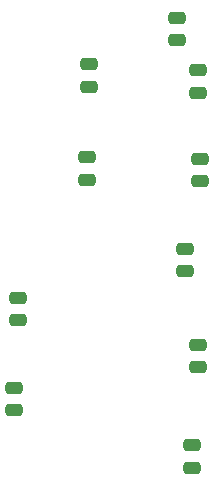
<source format=gbp>
%TF.GenerationSoftware,KiCad,Pcbnew,8.0.4*%
%TF.CreationDate,2024-08-12T19:35:30+02:00*%
%TF.ProjectId,HCP65 MPU NMI,48435036-3520-44d5-9055-204e4d492e6b,V1*%
%TF.SameCoordinates,PX54c81a0PY37b6b20*%
%TF.FileFunction,Paste,Bot*%
%TF.FilePolarity,Positive*%
%FSLAX46Y46*%
G04 Gerber Fmt 4.6, Leading zero omitted, Abs format (unit mm)*
G04 Created by KiCad (PCBNEW 8.0.4) date 2024-08-12 19:35:30*
%MOMM*%
%LPD*%
G01*
G04 APERTURE LIST*
G04 Aperture macros list*
%AMRoundRect*
0 Rectangle with rounded corners*
0 $1 Rounding radius*
0 $2 $3 $4 $5 $6 $7 $8 $9 X,Y pos of 4 corners*
0 Add a 4 corners polygon primitive as box body*
4,1,4,$2,$3,$4,$5,$6,$7,$8,$9,$2,$3,0*
0 Add four circle primitives for the rounded corners*
1,1,$1+$1,$2,$3*
1,1,$1+$1,$4,$5*
1,1,$1+$1,$6,$7*
1,1,$1+$1,$8,$9*
0 Add four rect primitives between the rounded corners*
20,1,$1+$1,$2,$3,$4,$5,0*
20,1,$1+$1,$4,$5,$6,$7,0*
20,1,$1+$1,$6,$7,$8,$9,0*
20,1,$1+$1,$8,$9,$2,$3,0*%
G04 Aperture macros list end*
%ADD10RoundRect,0.250000X-0.475000X0.250000X-0.475000X-0.250000X0.475000X-0.250000X0.475000X0.250000X0*%
%ADD11RoundRect,0.250000X0.475000X-0.250000X0.475000X0.250000X-0.475000X0.250000X-0.475000X-0.250000X0*%
G04 APERTURE END LIST*
D10*
%TO.C,C15*%
X18923000Y-32340000D03*
X18923000Y-34240000D03*
%TD*%
%TO.C,C5*%
X18288000Y-15703000D03*
X18288000Y-17603000D03*
%TD*%
%TO.C,C10*%
X19558000Y-8083000D03*
X19558000Y-9983000D03*
%TD*%
%TO.C,C1*%
X19431000Y-23831000D03*
X19431000Y-25731000D03*
%TD*%
%TO.C,C2*%
X19431000Y-590000D03*
X19431000Y-2490000D03*
%TD*%
%TO.C,C6*%
X17653000Y3855000D03*
X17653000Y1955000D03*
%TD*%
%TO.C,C3*%
X10033000Y-7956000D03*
X10033000Y-9856000D03*
%TD*%
%TO.C,C14*%
X10160000Y-82000D03*
X10160000Y-1982000D03*
%TD*%
D11*
%TO.C,C7*%
X4191000Y-21762000D03*
X4191000Y-19862000D03*
%TD*%
%TO.C,C12*%
X3810000Y-29382000D03*
X3810000Y-27482000D03*
%TD*%
M02*

</source>
